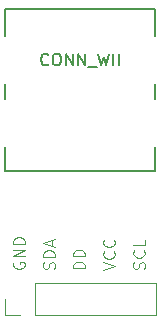
<source format=gbr>
%TF.GenerationSoftware,KiCad,Pcbnew,8.0.3*%
%TF.CreationDate,2024-06-28T16:28:55+02:00*%
%TF.ProjectId,wii_breakout,7769695f-6272-4656-916b-6f75742e6b69,rev?*%
%TF.SameCoordinates,Original*%
%TF.FileFunction,Legend,Top*%
%TF.FilePolarity,Positive*%
%FSLAX46Y46*%
G04 Gerber Fmt 4.6, Leading zero omitted, Abs format (unit mm)*
G04 Created by KiCad (PCBNEW 8.0.3) date 2024-06-28 16:28:55*
%MOMM*%
%LPD*%
G01*
G04 APERTURE LIST*
%ADD10C,0.100000*%
%ADD11C,0.150000*%
%ADD12C,0.120000*%
G04 APERTURE END LIST*
D10*
X134556919Y-75802772D02*
X135556919Y-75469439D01*
X135556919Y-75469439D02*
X134556919Y-75136106D01*
X135461680Y-74231344D02*
X135509300Y-74278963D01*
X135509300Y-74278963D02*
X135556919Y-74421820D01*
X135556919Y-74421820D02*
X135556919Y-74517058D01*
X135556919Y-74517058D02*
X135509300Y-74659915D01*
X135509300Y-74659915D02*
X135414061Y-74755153D01*
X135414061Y-74755153D02*
X135318823Y-74802772D01*
X135318823Y-74802772D02*
X135128347Y-74850391D01*
X135128347Y-74850391D02*
X134985490Y-74850391D01*
X134985490Y-74850391D02*
X134795014Y-74802772D01*
X134795014Y-74802772D02*
X134699776Y-74755153D01*
X134699776Y-74755153D02*
X134604538Y-74659915D01*
X134604538Y-74659915D02*
X134556919Y-74517058D01*
X134556919Y-74517058D02*
X134556919Y-74421820D01*
X134556919Y-74421820D02*
X134604538Y-74278963D01*
X134604538Y-74278963D02*
X134652157Y-74231344D01*
X135461680Y-73231344D02*
X135509300Y-73278963D01*
X135509300Y-73278963D02*
X135556919Y-73421820D01*
X135556919Y-73421820D02*
X135556919Y-73517058D01*
X135556919Y-73517058D02*
X135509300Y-73659915D01*
X135509300Y-73659915D02*
X135414061Y-73755153D01*
X135414061Y-73755153D02*
X135318823Y-73802772D01*
X135318823Y-73802772D02*
X135128347Y-73850391D01*
X135128347Y-73850391D02*
X134985490Y-73850391D01*
X134985490Y-73850391D02*
X134795014Y-73802772D01*
X134795014Y-73802772D02*
X134699776Y-73755153D01*
X134699776Y-73755153D02*
X134604538Y-73659915D01*
X134604538Y-73659915D02*
X134556919Y-73517058D01*
X134556919Y-73517058D02*
X134556919Y-73421820D01*
X134556919Y-73421820D02*
X134604538Y-73278963D01*
X134604538Y-73278963D02*
X134652157Y-73231344D01*
X130429300Y-75707534D02*
X130476919Y-75564677D01*
X130476919Y-75564677D02*
X130476919Y-75326582D01*
X130476919Y-75326582D02*
X130429300Y-75231344D01*
X130429300Y-75231344D02*
X130381680Y-75183725D01*
X130381680Y-75183725D02*
X130286442Y-75136106D01*
X130286442Y-75136106D02*
X130191204Y-75136106D01*
X130191204Y-75136106D02*
X130095966Y-75183725D01*
X130095966Y-75183725D02*
X130048347Y-75231344D01*
X130048347Y-75231344D02*
X130000728Y-75326582D01*
X130000728Y-75326582D02*
X129953109Y-75517058D01*
X129953109Y-75517058D02*
X129905490Y-75612296D01*
X129905490Y-75612296D02*
X129857871Y-75659915D01*
X129857871Y-75659915D02*
X129762633Y-75707534D01*
X129762633Y-75707534D02*
X129667395Y-75707534D01*
X129667395Y-75707534D02*
X129572157Y-75659915D01*
X129572157Y-75659915D02*
X129524538Y-75612296D01*
X129524538Y-75612296D02*
X129476919Y-75517058D01*
X129476919Y-75517058D02*
X129476919Y-75278963D01*
X129476919Y-75278963D02*
X129524538Y-75136106D01*
X130476919Y-74707534D02*
X129476919Y-74707534D01*
X129476919Y-74707534D02*
X129476919Y-74469439D01*
X129476919Y-74469439D02*
X129524538Y-74326582D01*
X129524538Y-74326582D02*
X129619776Y-74231344D01*
X129619776Y-74231344D02*
X129715014Y-74183725D01*
X129715014Y-74183725D02*
X129905490Y-74136106D01*
X129905490Y-74136106D02*
X130048347Y-74136106D01*
X130048347Y-74136106D02*
X130238823Y-74183725D01*
X130238823Y-74183725D02*
X130334061Y-74231344D01*
X130334061Y-74231344D02*
X130429300Y-74326582D01*
X130429300Y-74326582D02*
X130476919Y-74469439D01*
X130476919Y-74469439D02*
X130476919Y-74707534D01*
X130191204Y-73755153D02*
X130191204Y-73278963D01*
X130476919Y-73850391D02*
X129476919Y-73517058D01*
X129476919Y-73517058D02*
X130476919Y-73183725D01*
X138049300Y-75707534D02*
X138096919Y-75564677D01*
X138096919Y-75564677D02*
X138096919Y-75326582D01*
X138096919Y-75326582D02*
X138049300Y-75231344D01*
X138049300Y-75231344D02*
X138001680Y-75183725D01*
X138001680Y-75183725D02*
X137906442Y-75136106D01*
X137906442Y-75136106D02*
X137811204Y-75136106D01*
X137811204Y-75136106D02*
X137715966Y-75183725D01*
X137715966Y-75183725D02*
X137668347Y-75231344D01*
X137668347Y-75231344D02*
X137620728Y-75326582D01*
X137620728Y-75326582D02*
X137573109Y-75517058D01*
X137573109Y-75517058D02*
X137525490Y-75612296D01*
X137525490Y-75612296D02*
X137477871Y-75659915D01*
X137477871Y-75659915D02*
X137382633Y-75707534D01*
X137382633Y-75707534D02*
X137287395Y-75707534D01*
X137287395Y-75707534D02*
X137192157Y-75659915D01*
X137192157Y-75659915D02*
X137144538Y-75612296D01*
X137144538Y-75612296D02*
X137096919Y-75517058D01*
X137096919Y-75517058D02*
X137096919Y-75278963D01*
X137096919Y-75278963D02*
X137144538Y-75136106D01*
X138001680Y-74136106D02*
X138049300Y-74183725D01*
X138049300Y-74183725D02*
X138096919Y-74326582D01*
X138096919Y-74326582D02*
X138096919Y-74421820D01*
X138096919Y-74421820D02*
X138049300Y-74564677D01*
X138049300Y-74564677D02*
X137954061Y-74659915D01*
X137954061Y-74659915D02*
X137858823Y-74707534D01*
X137858823Y-74707534D02*
X137668347Y-74755153D01*
X137668347Y-74755153D02*
X137525490Y-74755153D01*
X137525490Y-74755153D02*
X137335014Y-74707534D01*
X137335014Y-74707534D02*
X137239776Y-74659915D01*
X137239776Y-74659915D02*
X137144538Y-74564677D01*
X137144538Y-74564677D02*
X137096919Y-74421820D01*
X137096919Y-74421820D02*
X137096919Y-74326582D01*
X137096919Y-74326582D02*
X137144538Y-74183725D01*
X137144538Y-74183725D02*
X137192157Y-74136106D01*
X138096919Y-73231344D02*
X138096919Y-73707534D01*
X138096919Y-73707534D02*
X137096919Y-73707534D01*
X133016919Y-75659915D02*
X132016919Y-75659915D01*
X132016919Y-75659915D02*
X132016919Y-75421820D01*
X132016919Y-75421820D02*
X132064538Y-75278963D01*
X132064538Y-75278963D02*
X132159776Y-75183725D01*
X132159776Y-75183725D02*
X132255014Y-75136106D01*
X132255014Y-75136106D02*
X132445490Y-75088487D01*
X132445490Y-75088487D02*
X132588347Y-75088487D01*
X132588347Y-75088487D02*
X132778823Y-75136106D01*
X132778823Y-75136106D02*
X132874061Y-75183725D01*
X132874061Y-75183725D02*
X132969300Y-75278963D01*
X132969300Y-75278963D02*
X133016919Y-75421820D01*
X133016919Y-75421820D02*
X133016919Y-75659915D01*
X133016919Y-74659915D02*
X132016919Y-74659915D01*
X132016919Y-74659915D02*
X132016919Y-74421820D01*
X132016919Y-74421820D02*
X132064538Y-74278963D01*
X132064538Y-74278963D02*
X132159776Y-74183725D01*
X132159776Y-74183725D02*
X132255014Y-74136106D01*
X132255014Y-74136106D02*
X132445490Y-74088487D01*
X132445490Y-74088487D02*
X132588347Y-74088487D01*
X132588347Y-74088487D02*
X132778823Y-74136106D01*
X132778823Y-74136106D02*
X132874061Y-74183725D01*
X132874061Y-74183725D02*
X132969300Y-74278963D01*
X132969300Y-74278963D02*
X133016919Y-74421820D01*
X133016919Y-74421820D02*
X133016919Y-74659915D01*
X126984538Y-75136106D02*
X126936919Y-75231344D01*
X126936919Y-75231344D02*
X126936919Y-75374201D01*
X126936919Y-75374201D02*
X126984538Y-75517058D01*
X126984538Y-75517058D02*
X127079776Y-75612296D01*
X127079776Y-75612296D02*
X127175014Y-75659915D01*
X127175014Y-75659915D02*
X127365490Y-75707534D01*
X127365490Y-75707534D02*
X127508347Y-75707534D01*
X127508347Y-75707534D02*
X127698823Y-75659915D01*
X127698823Y-75659915D02*
X127794061Y-75612296D01*
X127794061Y-75612296D02*
X127889300Y-75517058D01*
X127889300Y-75517058D02*
X127936919Y-75374201D01*
X127936919Y-75374201D02*
X127936919Y-75278963D01*
X127936919Y-75278963D02*
X127889300Y-75136106D01*
X127889300Y-75136106D02*
X127841680Y-75088487D01*
X127841680Y-75088487D02*
X127508347Y-75088487D01*
X127508347Y-75088487D02*
X127508347Y-75278963D01*
X127936919Y-74659915D02*
X126936919Y-74659915D01*
X126936919Y-74659915D02*
X127936919Y-74088487D01*
X127936919Y-74088487D02*
X126936919Y-74088487D01*
X127936919Y-73612296D02*
X126936919Y-73612296D01*
X126936919Y-73612296D02*
X126936919Y-73374201D01*
X126936919Y-73374201D02*
X126984538Y-73231344D01*
X126984538Y-73231344D02*
X127079776Y-73136106D01*
X127079776Y-73136106D02*
X127175014Y-73088487D01*
X127175014Y-73088487D02*
X127365490Y-73040868D01*
X127365490Y-73040868D02*
X127508347Y-73040868D01*
X127508347Y-73040868D02*
X127698823Y-73088487D01*
X127698823Y-73088487D02*
X127794061Y-73136106D01*
X127794061Y-73136106D02*
X127889300Y-73231344D01*
X127889300Y-73231344D02*
X127936919Y-73374201D01*
X127936919Y-73374201D02*
X127936919Y-73612296D01*
D11*
X129914524Y-58387780D02*
X129866905Y-58435400D01*
X129866905Y-58435400D02*
X129724048Y-58483019D01*
X129724048Y-58483019D02*
X129628810Y-58483019D01*
X129628810Y-58483019D02*
X129485953Y-58435400D01*
X129485953Y-58435400D02*
X129390715Y-58340161D01*
X129390715Y-58340161D02*
X129343096Y-58244923D01*
X129343096Y-58244923D02*
X129295477Y-58054447D01*
X129295477Y-58054447D02*
X129295477Y-57911590D01*
X129295477Y-57911590D02*
X129343096Y-57721114D01*
X129343096Y-57721114D02*
X129390715Y-57625876D01*
X129390715Y-57625876D02*
X129485953Y-57530638D01*
X129485953Y-57530638D02*
X129628810Y-57483019D01*
X129628810Y-57483019D02*
X129724048Y-57483019D01*
X129724048Y-57483019D02*
X129866905Y-57530638D01*
X129866905Y-57530638D02*
X129914524Y-57578257D01*
X130533572Y-57483019D02*
X130724048Y-57483019D01*
X130724048Y-57483019D02*
X130819286Y-57530638D01*
X130819286Y-57530638D02*
X130914524Y-57625876D01*
X130914524Y-57625876D02*
X130962143Y-57816352D01*
X130962143Y-57816352D02*
X130962143Y-58149685D01*
X130962143Y-58149685D02*
X130914524Y-58340161D01*
X130914524Y-58340161D02*
X130819286Y-58435400D01*
X130819286Y-58435400D02*
X130724048Y-58483019D01*
X130724048Y-58483019D02*
X130533572Y-58483019D01*
X130533572Y-58483019D02*
X130438334Y-58435400D01*
X130438334Y-58435400D02*
X130343096Y-58340161D01*
X130343096Y-58340161D02*
X130295477Y-58149685D01*
X130295477Y-58149685D02*
X130295477Y-57816352D01*
X130295477Y-57816352D02*
X130343096Y-57625876D01*
X130343096Y-57625876D02*
X130438334Y-57530638D01*
X130438334Y-57530638D02*
X130533572Y-57483019D01*
X131390715Y-58483019D02*
X131390715Y-57483019D01*
X131390715Y-57483019D02*
X131962143Y-58483019D01*
X131962143Y-58483019D02*
X131962143Y-57483019D01*
X132438334Y-58483019D02*
X132438334Y-57483019D01*
X132438334Y-57483019D02*
X133009762Y-58483019D01*
X133009762Y-58483019D02*
X133009762Y-57483019D01*
X133247858Y-58578257D02*
X134009762Y-58578257D01*
X134152620Y-57483019D02*
X134390715Y-58483019D01*
X134390715Y-58483019D02*
X134581191Y-57768733D01*
X134581191Y-57768733D02*
X134771667Y-58483019D01*
X134771667Y-58483019D02*
X135009763Y-57483019D01*
X135390715Y-58483019D02*
X135390715Y-57483019D01*
X135866905Y-58483019D02*
X135866905Y-57483019D01*
D12*
%TO.C,REF\u002A\u002A*%
X126200000Y-79579800D02*
X126200000Y-78249800D01*
X127530000Y-79579800D02*
X126200000Y-79579800D01*
X128800000Y-76919800D02*
X139020000Y-76919800D01*
X128800000Y-79579800D02*
X128800000Y-76919800D01*
X128800000Y-79579800D02*
X139020000Y-79579800D01*
X139020000Y-79579800D02*
X139020000Y-76919800D01*
D11*
%TO.C,P1*%
X126255000Y-53670200D02*
X138955000Y-53670200D01*
X126255000Y-55956200D02*
X126255000Y-53670200D01*
X126255000Y-61290200D02*
X126255000Y-60020200D01*
X126255000Y-67386200D02*
X126255000Y-65354200D01*
X138955000Y-53670200D02*
X138955000Y-55956200D01*
X138955000Y-61290200D02*
X138955000Y-60020200D01*
X138955000Y-67386200D02*
X126255000Y-67386200D01*
X138955000Y-67386200D02*
X138955000Y-65354200D01*
%TD*%
M02*

</source>
